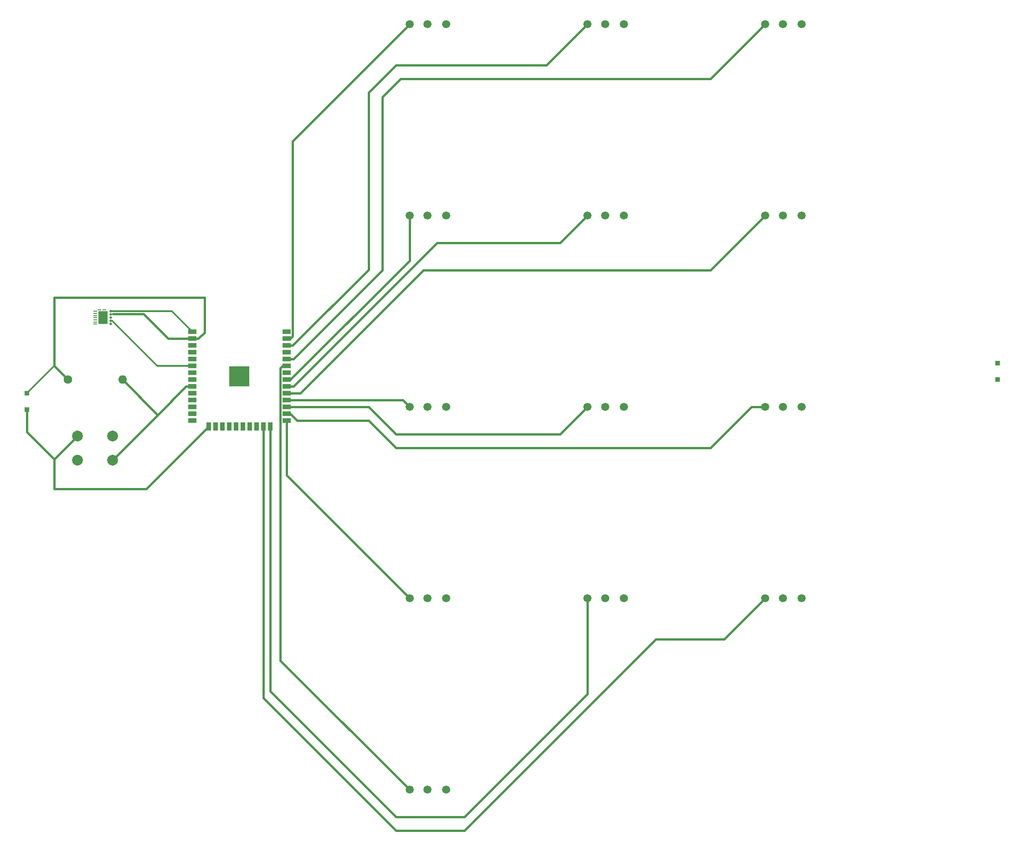
<source format=gbr>
%TF.GenerationSoftware,KiCad,Pcbnew,7.0.7-7.0.7~ubuntu20.04.1*%
%TF.CreationDate,2023-12-04T12:54:59-03:00*%
%TF.ProjectId,EA075,45413037-352e-46b6-9963-61645f706362,rev?*%
%TF.SameCoordinates,Original*%
%TF.FileFunction,Copper,L1,Top*%
%TF.FilePolarity,Positive*%
%FSLAX46Y46*%
G04 Gerber Fmt 4.6, Leading zero omitted, Abs format (unit mm)*
G04 Created by KiCad (PCBNEW 7.0.7-7.0.7~ubuntu20.04.1) date 2023-12-04 12:54:59*
%MOMM*%
%LPD*%
G01*
G04 APERTURE LIST*
%TA.AperFunction,SMDPad,CuDef*%
%ADD10R,0.700000X0.250000*%
%TD*%
%TA.AperFunction,ComponentPad*%
%ADD11C,0.500000*%
%TD*%
%TA.AperFunction,SMDPad,CuDef*%
%ADD12R,1.780000X2.350000*%
%TD*%
%TA.AperFunction,ComponentPad*%
%ADD13R,0.850000X0.850000*%
%TD*%
%TA.AperFunction,SMDPad,CuDef*%
%ADD14R,3.800000X3.800000*%
%TD*%
%TA.AperFunction,SMDPad,CuDef*%
%ADD15R,1.500000X0.900000*%
%TD*%
%TA.AperFunction,SMDPad,CuDef*%
%ADD16R,0.900000X1.500000*%
%TD*%
%TA.AperFunction,ComponentPad*%
%ADD17C,1.500000*%
%TD*%
%TA.AperFunction,ComponentPad*%
%ADD18C,2.000000*%
%TD*%
%TA.AperFunction,ComponentPad*%
%ADD19O,1.600000X1.600000*%
%TD*%
%TA.AperFunction,ComponentPad*%
%ADD20C,1.600000*%
%TD*%
%TA.AperFunction,Conductor*%
%ADD21C,0.400000*%
%TD*%
%TA.AperFunction,Conductor*%
%ADD22C,0.300000*%
%TD*%
G04 APERTURE END LIST*
D10*
%TO.P,U2,1,CT*%
%TO.N,unconnected-(U2-CT-Pad1)*%
X69710000Y-96520000D03*
%TO.P,U2,2,~{SHDN}*%
%TO.N,unconnected-(U2-~{SHDN}-Pad2)*%
X69710000Y-96920000D03*
%TO.P,U2,3,CG*%
%TO.N,unconnected-(U2-CG-Pad3)*%
X69710000Y-97320000D03*
%TO.P,U2,4,GND*%
%TO.N,GND*%
X69710000Y-97720000D03*
D11*
%TO.P,U2,5,VDD*%
%TO.N,+3V3*%
X72660000Y-97120000D03*
%TO.P,U2,6,MICOUT*%
%TO.N,Net-(U1-IO34)*%
X72660000Y-98320000D03*
%TO.P,U2,7,GND*%
%TO.N,GND*%
X72660000Y-96520000D03*
D10*
%TO.P,U2,8,MICIN*%
%TO.N,unconnected-(U2-MICIN-Pad8)*%
X71485000Y-96220000D03*
%TO.P,U2,9,A/R*%
%TO.N,unconnected-(U2-A{slash}R-Pad9)*%
X69710000Y-98920000D03*
D11*
%TO.P,U2,10,GAIN*%
%TO.N,unconnected-(U2-GAIN-Pad10)*%
X72660000Y-98920000D03*
D10*
%TO.P,U2,11,GND*%
%TO.N,GND*%
X69710000Y-98120000D03*
%TO.P,U2,12,BIAS*%
%TO.N,unconnected-(U2-BIAS-Pad12)*%
X70485000Y-96220000D03*
%TO.P,U2,13,MICBIAS*%
%TO.N,unconnected-(U2-MICBIAS-Pad13)*%
X69710000Y-98520000D03*
D11*
%TO.P,U2,14,TH*%
%TO.N,unconnected-(U2-TH-Pad14)*%
X72660000Y-97720000D03*
D12*
%TO.P,U2,15,GND*%
%TO.N,GND*%
X71185000Y-97720000D03*
%TD*%
D13*
%TO.P,J4,1,Pin_1*%
%TO.N,GND*%
X57010000Y-114810000D03*
%TD*%
%TO.P,J3,1,Pin_1*%
%TO.N,+3V3*%
X57010000Y-111760000D03*
%TD*%
D14*
%TO.P,U1,39,GND*%
%TO.N,GND*%
X96520000Y-108585000D03*
D15*
%TO.P,U1,38,GND*%
X105270000Y-100330000D03*
%TO.P,U1,37,IO23*%
%TO.N,Net-(M1-PWM)*%
X105270000Y-101600000D03*
%TO.P,U1,36,IO22*%
%TO.N,Net-(M2-PWM)*%
X105270000Y-102870000D03*
%TO.P,U1,35,TXD0/IO1*%
%TO.N,unconnected-(U1-TXD0{slash}IO1-Pad35)*%
X105270000Y-104140000D03*
%TO.P,U1,34,RXD0/IO3*%
%TO.N,Net-(M3-PWM)*%
X105270000Y-105410000D03*
%TO.P,U1,33,IO21*%
%TO.N,Net-(M13-PWM)*%
X105270000Y-106680000D03*
%TO.P,U1,32,NC*%
%TO.N,unconnected-(U1-NC-Pad32)*%
X105270000Y-107950000D03*
%TO.P,U1,31,IO19*%
%TO.N,Net-(M4-PWM)*%
X105270000Y-109220000D03*
%TO.P,U1,30,IO18*%
%TO.N,Net-(M5-PWM)*%
X105270000Y-110490000D03*
%TO.P,U1,29,IO5*%
%TO.N,Net-(M6-PWM)*%
X105270000Y-111760000D03*
%TO.P,U1,28,IO17*%
%TO.N,Net-(M7-PWM)*%
X105270000Y-113030000D03*
%TO.P,U1,27,IO16*%
%TO.N,Net-(M8-PWM)*%
X105270000Y-114300000D03*
%TO.P,U1,26,IO4*%
%TO.N,Net-(M9-PWM)*%
X105270000Y-115570000D03*
%TO.P,U1,25,IO0*%
%TO.N,Net-(M10-PWM)*%
X105270000Y-116840000D03*
D16*
%TO.P,U1,24,IO2*%
%TO.N,Net-(M11-PWM)*%
X102235000Y-117935000D03*
%TO.P,U1,23,IO15*%
%TO.N,Net-(M12-PWM)*%
X100965000Y-117935000D03*
%TO.P,U1,22,SDI/SD1*%
%TO.N,unconnected-(U1-SDI{slash}SD1-Pad22)*%
X99695000Y-117935000D03*
%TO.P,U1,21,SDO/SD0*%
%TO.N,unconnected-(U1-SDO{slash}SD0-Pad21)*%
X98425000Y-117935000D03*
%TO.P,U1,20,SCK/CLK*%
%TO.N,unconnected-(U1-SCK{slash}CLK-Pad20)*%
X97155000Y-117935000D03*
%TO.P,U1,19,SCS/CMD*%
%TO.N,unconnected-(U1-SCS{slash}CMD-Pad19)*%
X95885000Y-117935000D03*
%TO.P,U1,18,SWP/SD3*%
%TO.N,unconnected-(U1-SWP{slash}SD3-Pad18)*%
X94615000Y-117935000D03*
%TO.P,U1,17,SHD/SD2*%
%TO.N,unconnected-(U1-SHD{slash}SD2-Pad17)*%
X93345000Y-117935000D03*
%TO.P,U1,16,IO13*%
%TO.N,unconnected-(U1-IO13-Pad16)*%
X92075000Y-117935000D03*
%TO.P,U1,15,GND*%
%TO.N,GND*%
X90805000Y-117935000D03*
D15*
%TO.P,U1,14,IO12*%
%TO.N,unconnected-(U1-IO12-Pad14)*%
X87770000Y-116840000D03*
%TO.P,U1,13,IO14*%
%TO.N,unconnected-(U1-IO14-Pad13)*%
X87770000Y-115570000D03*
%TO.P,U1,12,IO27*%
%TO.N,unconnected-(U1-IO27-Pad12)*%
X87770000Y-114300000D03*
%TO.P,U1,11,IO26*%
%TO.N,unconnected-(U1-IO26-Pad11)*%
X87770000Y-113030000D03*
%TO.P,U1,10,IO25*%
%TO.N,unconnected-(U1-IO25-Pad10)*%
X87770000Y-111760000D03*
%TO.P,U1,9,IO33*%
%TO.N,Net-(U1-IO33)*%
X87770000Y-110490000D03*
%TO.P,U1,8,IO32*%
%TO.N,unconnected-(U1-IO32-Pad8)*%
X87770000Y-109220000D03*
%TO.P,U1,7,IO35*%
%TO.N,unconnected-(U1-IO35-Pad7)*%
X87770000Y-107950000D03*
%TO.P,U1,6,IO34*%
%TO.N,Net-(U1-IO34)*%
X87770000Y-106680000D03*
%TO.P,U1,5,SENSOR_VN*%
%TO.N,unconnected-(U1-SENSOR_VN-Pad5)*%
X87770000Y-105410000D03*
%TO.P,U1,4,SENSOR_VP*%
%TO.N,unconnected-(U1-SENSOR_VP-Pad4)*%
X87770000Y-104140000D03*
%TO.P,U1,3,EN*%
%TO.N,unconnected-(U1-EN-Pad3)*%
X87770000Y-102870000D03*
%TO.P,U1,2,VDD*%
%TO.N,+3V3*%
X87770000Y-101600000D03*
%TO.P,U1,1,GND*%
%TO.N,GND*%
X87770000Y-100330000D03*
%TD*%
D17*
%TO.P,M13,3,-*%
%TO.N,GND*%
X134920000Y-185420000D03*
%TO.P,M13,2,+*%
%TO.N,+5V*%
X131470000Y-185420000D03*
%TO.P,M13,1,PWM*%
%TO.N,Net-(M13-PWM)*%
X128130000Y-185420000D03*
%TD*%
%TO.P,M11,3,-*%
%TO.N,GND*%
X167940000Y-149860000D03*
%TO.P,M11,2,+*%
%TO.N,+5V*%
X164490000Y-149860000D03*
%TO.P,M11,1,PWM*%
%TO.N,Net-(M11-PWM)*%
X161150000Y-149860000D03*
%TD*%
%TO.P,M1,3,-*%
%TO.N,GND*%
X134920000Y-43180000D03*
%TO.P,M1,2,+*%
%TO.N,+5V*%
X131470000Y-43180000D03*
%TO.P,M1,1,PWM*%
%TO.N,Net-(M1-PWM)*%
X128130000Y-43180000D03*
%TD*%
%TO.P,M10,3,-*%
%TO.N,GND*%
X134920000Y-149860000D03*
%TO.P,M10,2,+*%
%TO.N,+5V*%
X131470000Y-149860000D03*
%TO.P,M10,1,PWM*%
%TO.N,Net-(M10-PWM)*%
X128130000Y-149860000D03*
%TD*%
%TO.P,M2,3,-*%
%TO.N,GND*%
X167940000Y-43180000D03*
%TO.P,M2,2,+*%
%TO.N,+5V*%
X164490000Y-43180000D03*
%TO.P,M2,1,PWM*%
%TO.N,Net-(M2-PWM)*%
X161150000Y-43180000D03*
%TD*%
D13*
%TO.P,J1,1,Pin_1*%
%TO.N,+5V*%
X237350000Y-106170000D03*
%TD*%
D17*
%TO.P,M12,3,-*%
%TO.N,GND*%
X200960000Y-149860000D03*
%TO.P,M12,2,+*%
%TO.N,+5V*%
X197510000Y-149860000D03*
%TO.P,M12,1,PWM*%
%TO.N,Net-(M12-PWM)*%
X194170000Y-149860000D03*
%TD*%
D18*
%TO.P,SW2,2,2*%
%TO.N,Net-(U1-IO33)*%
X72960000Y-124170000D03*
X66460000Y-124170000D03*
%TO.P,SW2,1,1*%
%TO.N,GND*%
X72960000Y-119670000D03*
X66460000Y-119670000D03*
%TD*%
D17*
%TO.P,M5,3,-*%
%TO.N,GND*%
X167940000Y-78740000D03*
%TO.P,M5,2,+*%
%TO.N,+5V*%
X164490000Y-78740000D03*
%TO.P,M5,1,PWM*%
%TO.N,Net-(M5-PWM)*%
X161150000Y-78740000D03*
%TD*%
%TO.P,M4,3,-*%
%TO.N,GND*%
X134920000Y-78740000D03*
%TO.P,M4,2,+*%
%TO.N,+5V*%
X131470000Y-78740000D03*
%TO.P,M4,1,PWM*%
%TO.N,Net-(M4-PWM)*%
X128130000Y-78740000D03*
%TD*%
D19*
%TO.P,R1,2*%
%TO.N,Net-(U1-IO33)*%
X74790000Y-109220000D03*
D20*
%TO.P,R1,1*%
%TO.N,+3V3*%
X64630000Y-109220000D03*
%TD*%
D17*
%TO.P,M3,3,-*%
%TO.N,GND*%
X200960000Y-43180000D03*
%TO.P,M3,2,+*%
%TO.N,+5V*%
X197510000Y-43180000D03*
%TO.P,M3,1,PWM*%
%TO.N,Net-(M3-PWM)*%
X194170000Y-43180000D03*
%TD*%
%TO.P,M6,3,-*%
%TO.N,GND*%
X200960000Y-78740000D03*
%TO.P,M6,2,+*%
%TO.N,+5V*%
X197510000Y-78740000D03*
%TO.P,M6,1,PWM*%
%TO.N,Net-(M6-PWM)*%
X194170000Y-78740000D03*
%TD*%
%TO.P,M9,3,-*%
%TO.N,GND*%
X200960000Y-114300000D03*
%TO.P,M9,2,+*%
%TO.N,+5V*%
X197510000Y-114300000D03*
%TO.P,M9,1,PWM*%
%TO.N,Net-(M9-PWM)*%
X194170000Y-114300000D03*
%TD*%
%TO.P,M7,3,-*%
%TO.N,GND*%
X134920000Y-114300000D03*
%TO.P,M7,2,+*%
%TO.N,+5V*%
X131470000Y-114300000D03*
%TO.P,M7,1,PWM*%
%TO.N,Net-(M7-PWM)*%
X128130000Y-114300000D03*
%TD*%
%TO.P,M8,3,-*%
%TO.N,GND*%
X167940000Y-114300000D03*
%TO.P,M8,2,+*%
%TO.N,+5V*%
X164490000Y-114300000D03*
%TO.P,M8,1,PWM*%
%TO.N,Net-(M8-PWM)*%
X161150000Y-114300000D03*
%TD*%
D13*
%TO.P,J2,1,Pin_1*%
%TO.N,GND*%
X237350000Y-109220000D03*
%TD*%
D21*
%TO.N,GND*%
X79200000Y-129540000D02*
X90805000Y-117935000D01*
X62090000Y-129540000D02*
X79200000Y-129540000D01*
X62090000Y-124040000D02*
X62090000Y-129540000D01*
X66460000Y-119670000D02*
X62090000Y-124040000D01*
X62090000Y-124040000D02*
X57010000Y-118960000D01*
%TO.N,+3V3*%
X87770000Y-101600000D02*
X83295000Y-101600000D01*
X83295000Y-101600000D02*
X78740000Y-97045000D01*
X78740000Y-97045000D02*
X73089594Y-97045000D01*
D22*
%TO.N,Net-(U1-IO34)*%
X87770000Y-106680000D02*
X81303883Y-106680000D01*
X81303883Y-106680000D02*
X72918883Y-98295000D01*
%TO.N,GND*%
X87770000Y-100330000D02*
X83935000Y-96495000D01*
X83935000Y-96495000D02*
X72660000Y-96495000D01*
%TO.N,+3V3*%
X57010000Y-111760000D02*
X62090000Y-106680000D01*
D21*
%TO.N,GND*%
X57010000Y-118960000D02*
X57010000Y-114810000D01*
%TO.N,Net-(M1-PWM)*%
X128130000Y-43180000D02*
X106420000Y-64890000D01*
X106000000Y-101600000D02*
X105270000Y-101600000D01*
X106420000Y-64890000D02*
X106420000Y-101180000D01*
X106420000Y-101180000D02*
X106000000Y-101600000D01*
%TO.N,Net-(M2-PWM)*%
X105270000Y-102870000D02*
X106420000Y-102870000D01*
X106420000Y-102870000D02*
X120510000Y-88780000D01*
X153530000Y-50800000D02*
X161150000Y-43180000D01*
X120510000Y-55880000D02*
X125590000Y-50800000D01*
X125590000Y-50800000D02*
X153530000Y-50800000D01*
X120510000Y-88780000D02*
X120510000Y-55880000D01*
%TO.N,Net-(M3-PWM)*%
X194170000Y-43180000D02*
X184010000Y-53340000D01*
X106540000Y-105410000D02*
X105270000Y-105410000D01*
X123050000Y-88900000D02*
X106540000Y-105410000D01*
X123050000Y-56728528D02*
X123050000Y-88900000D01*
X184010000Y-53340000D02*
X126438528Y-53340000D01*
X126438528Y-53340000D02*
X123050000Y-56728528D01*
%TO.N,Net-(M4-PWM)*%
X106000000Y-109220000D02*
X105270000Y-109220000D01*
X128130000Y-78740000D02*
X128130000Y-87090000D01*
X128130000Y-87090000D02*
X106000000Y-109220000D01*
%TO.N,Net-(M5-PWM)*%
X133210000Y-83820000D02*
X156070000Y-83820000D01*
X105270000Y-110490000D02*
X106540000Y-110490000D01*
X106540000Y-110490000D02*
X133210000Y-83820000D01*
X156070000Y-83820000D02*
X161150000Y-78740000D01*
%TO.N,Net-(M6-PWM)*%
X107810000Y-111760000D02*
X105270000Y-111760000D01*
X184010000Y-88900000D02*
X130670000Y-88900000D01*
X194170000Y-78740000D02*
X184010000Y-88900000D01*
X130670000Y-88900000D02*
X107810000Y-111760000D01*
%TO.N,Net-(M7-PWM)*%
X126860000Y-113030000D02*
X128130000Y-114300000D01*
X105270000Y-113030000D02*
X126860000Y-113030000D01*
%TO.N,Net-(M8-PWM)*%
X105270000Y-114300000D02*
X120510000Y-114300000D01*
X120510000Y-114300000D02*
X125590000Y-119380000D01*
X156070000Y-119380000D02*
X161150000Y-114300000D01*
X125590000Y-119380000D02*
X156070000Y-119380000D01*
%TO.N,Net-(M9-PWM)*%
X120510000Y-116840000D02*
X125590000Y-121920000D01*
X125590000Y-121920000D02*
X184010000Y-121920000D01*
X105270000Y-115570000D02*
X106000000Y-115570000D01*
X191630000Y-114300000D02*
X194170000Y-114300000D01*
X184010000Y-121920000D02*
X191630000Y-114300000D01*
X106000000Y-115570000D02*
X107270000Y-116840000D01*
X107270000Y-116840000D02*
X120510000Y-116840000D01*
%TO.N,Net-(M10-PWM)*%
X105270000Y-127000000D02*
X128130000Y-149860000D01*
X105270000Y-116840000D02*
X105270000Y-127000000D01*
%TO.N,Net-(M11-PWM)*%
X102235000Y-167145000D02*
X125590000Y-190500000D01*
X138290000Y-190500000D02*
X161150000Y-167640000D01*
X125590000Y-190500000D02*
X138290000Y-190500000D01*
X161150000Y-167640000D02*
X161150000Y-149860000D01*
X102235000Y-117935000D02*
X102235000Y-167145000D01*
%TO.N,Net-(M12-PWM)*%
X173850000Y-157480000D02*
X186550000Y-157480000D01*
X100965000Y-117935000D02*
X100965000Y-168415000D01*
X186550000Y-157480000D02*
X194170000Y-149860000D01*
X125590000Y-193040000D02*
X138290000Y-193040000D01*
X100965000Y-168415000D02*
X125590000Y-193040000D01*
X138290000Y-193040000D02*
X173850000Y-157480000D01*
%TO.N,Net-(M13-PWM)*%
X104120000Y-161410000D02*
X128130000Y-185420000D01*
X104540000Y-106680000D02*
X104120000Y-107100000D01*
X105270000Y-106680000D02*
X104540000Y-106680000D01*
X104120000Y-107100000D02*
X104120000Y-161410000D01*
%TO.N,Net-(U1-IO33)*%
X81350000Y-115780000D02*
X72960000Y-124170000D01*
X86640000Y-110490000D02*
X81350000Y-115780000D01*
X74790000Y-109220000D02*
X81350000Y-115780000D01*
X87770000Y-110490000D02*
X86640000Y-110490000D01*
%TO.N,+3V3*%
X90030000Y-93980000D02*
X67170000Y-93980000D01*
X88920000Y-101600000D02*
X90030000Y-100490000D01*
X87770000Y-101600000D02*
X88920000Y-101600000D01*
X62090000Y-93980000D02*
X67170000Y-93980000D01*
X64630000Y-109220000D02*
X62090000Y-106680000D01*
X90030000Y-100490000D02*
X90030000Y-93980000D01*
X62090000Y-106680000D02*
X62090000Y-93980000D01*
%TD*%
M02*

</source>
